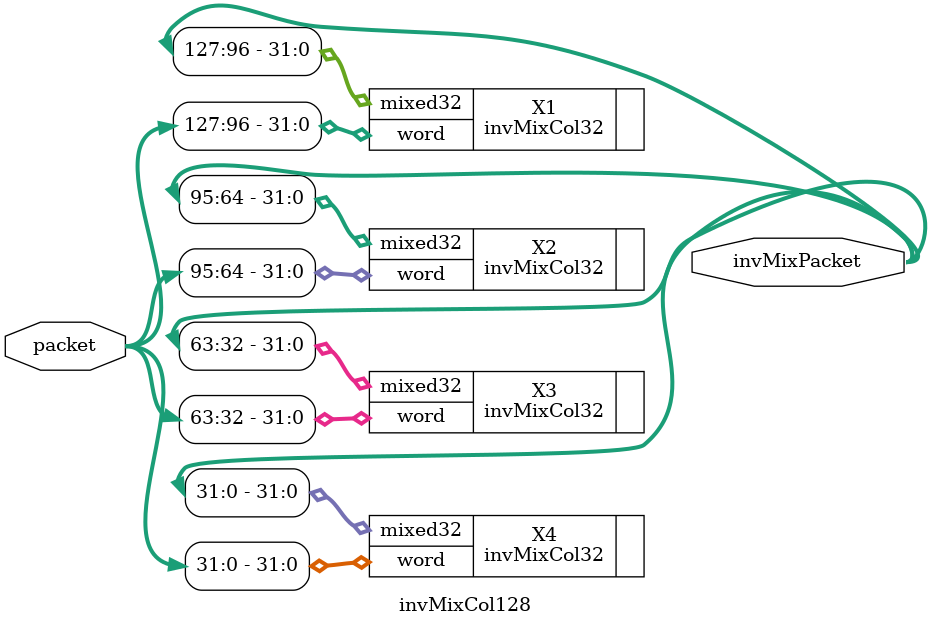
<source format=sv>
`timescale 1ns / 100ps

module invMixCol128
(
	input logic [127:0] packet,
	output logic [127:0] invMixPacket
);

invMixCol32 X1
(
	.word(packet[127:96]),
	.mixed32(invMixPacket[127:96])
);

invMixCol32 X2
(
	.word(packet[95:64]),
	.mixed32(invMixPacket[95:64])
);

invMixCol32 X3
(
	.word(packet[63:32]),
	.mixed32(invMixPacket[63:32])
);

invMixCol32 X4
(
	.word(packet[31:0]),
	.mixed32(invMixPacket[31:0])
);

endmodule

</source>
